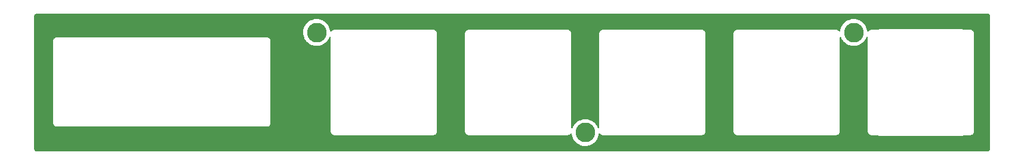
<source format=gtl>
%TF.GenerationSoftware,KiCad,Pcbnew,(5.99.0-12610-g07e01e6297)*%
%TF.CreationDate,2021-11-07T21:13:35+00:00*%
%TF.ProjectId,piccolo-switchplate,70696363-6f6c-46f2-9d73-776974636870,rev?*%
%TF.SameCoordinates,Original*%
%TF.FileFunction,Copper,L1,Top*%
%TF.FilePolarity,Positive*%
%FSLAX46Y46*%
G04 Gerber Fmt 4.6, Leading zero omitted, Abs format (unit mm)*
G04 Created by KiCad (PCBNEW (5.99.0-12610-g07e01e6297)) date 2021-11-07 21:13:35*
%MOMM*%
%LPD*%
G01*
G04 APERTURE LIST*
%TA.AperFunction,ComponentPad*%
%ADD10C,2.800000*%
%TD*%
G04 APERTURE END LIST*
D10*
%TO.P,H3,*%
%TO.N,*%
X185862496Y-111168750D03*
%TD*%
%TO.P,H2,*%
%TO.N,*%
X147762496Y-125456250D03*
%TD*%
%TO.P,H1,*%
%TO.N,*%
X109662496Y-111168750D03*
%TD*%
%TA.AperFunction,NonConductor*%
G36*
X204882553Y-108503250D02*
G01*
X204897355Y-108505555D01*
X204897357Y-108505555D01*
X204906226Y-108506936D01*
X204915126Y-108505772D01*
X204924102Y-108505882D01*
X204924092Y-108506700D01*
X204945582Y-108506991D01*
X204965970Y-108510220D01*
X204981088Y-108512614D01*
X205018577Y-108524795D01*
X205062678Y-108547265D01*
X205094569Y-108570436D01*
X205129560Y-108605427D01*
X205152731Y-108637318D01*
X205175201Y-108681419D01*
X205187382Y-108718908D01*
X205192870Y-108753559D01*
X205194300Y-108773267D01*
X205193060Y-108781230D01*
X205194884Y-108795178D01*
X205197182Y-108812751D01*
X205198246Y-108829089D01*
X205198246Y-127788172D01*
X205196746Y-127807556D01*
X205193060Y-127831230D01*
X205194224Y-127840130D01*
X205194114Y-127849106D01*
X205193296Y-127849096D01*
X205193005Y-127870586D01*
X205187382Y-127906091D01*
X205175201Y-127943581D01*
X205152732Y-127987681D01*
X205129560Y-128019573D01*
X205094569Y-128054564D01*
X205062678Y-128077735D01*
X205018577Y-128100205D01*
X204981088Y-128112386D01*
X204946437Y-128117874D01*
X204926729Y-128119304D01*
X204918766Y-128118064D01*
X204887245Y-128122186D01*
X204870907Y-128123250D01*
X69929074Y-128123250D01*
X69909689Y-128121750D01*
X69894887Y-128119445D01*
X69894885Y-128119445D01*
X69886016Y-128118064D01*
X69877116Y-128119228D01*
X69868140Y-128119118D01*
X69868150Y-128118300D01*
X69846660Y-128118009D01*
X69826272Y-128114780D01*
X69811154Y-128112386D01*
X69773665Y-128100205D01*
X69729564Y-128077735D01*
X69697673Y-128054564D01*
X69662682Y-128019573D01*
X69639510Y-127987681D01*
X69617041Y-127943581D01*
X69604860Y-127906091D01*
X69600153Y-127876370D01*
X69599263Y-127850041D01*
X69599067Y-127850039D01*
X69599119Y-127845788D01*
X69599119Y-127845785D01*
X69599220Y-127837500D01*
X69595269Y-127809912D01*
X69593996Y-127792049D01*
X69593996Y-124178652D01*
X72284520Y-124178652D01*
X72286986Y-124187281D01*
X72286987Y-124187286D01*
X72292635Y-124207048D01*
X72296213Y-124223809D01*
X72299126Y-124244152D01*
X72299129Y-124244162D01*
X72300401Y-124253045D01*
X72311017Y-124276395D01*
X72317460Y-124293907D01*
X72324508Y-124318565D01*
X72340270Y-124343548D01*
X72348400Y-124358614D01*
X72360629Y-124385510D01*
X72377370Y-124404939D01*
X72388475Y-124419947D01*
X72402156Y-124441631D01*
X72408884Y-124447573D01*
X72424292Y-124461181D01*
X72436336Y-124473373D01*
X72455615Y-124495747D01*
X72463143Y-124500626D01*
X72463146Y-124500629D01*
X72477135Y-124509696D01*
X72492009Y-124520986D01*
X72511224Y-124537956D01*
X72519350Y-124541771D01*
X72519351Y-124541772D01*
X72525017Y-124544432D01*
X72537962Y-124550510D01*
X72552931Y-124558824D01*
X72577723Y-124574893D01*
X72594646Y-124579954D01*
X72602286Y-124582239D01*
X72619732Y-124588901D01*
X72642944Y-124599799D01*
X72672126Y-124604343D01*
X72688845Y-124608126D01*
X72708532Y-124614014D01*
X72708535Y-124614015D01*
X72717137Y-124616587D01*
X72726112Y-124616642D01*
X72726113Y-124616642D01*
X72732806Y-124616683D01*
X72751552Y-124616797D01*
X72752324Y-124616830D01*
X72753419Y-124617000D01*
X72784294Y-124617000D01*
X72785064Y-124617002D01*
X72858712Y-124617452D01*
X72858713Y-124617452D01*
X72862648Y-124617476D01*
X72863992Y-124617092D01*
X72865337Y-124617000D01*
X102584294Y-124617000D01*
X102585065Y-124617002D01*
X102662648Y-124617476D01*
X102671277Y-124615010D01*
X102671282Y-124615009D01*
X102691044Y-124609361D01*
X102707805Y-124605783D01*
X102728148Y-124602870D01*
X102728158Y-124602867D01*
X102737041Y-124601595D01*
X102760391Y-124590979D01*
X102777903Y-124584536D01*
X102793933Y-124579954D01*
X102802561Y-124577488D01*
X102827544Y-124561726D01*
X102842610Y-124553596D01*
X102869506Y-124541367D01*
X102888935Y-124524626D01*
X102903943Y-124513521D01*
X102918035Y-124504630D01*
X102925627Y-124499840D01*
X102945178Y-124477703D01*
X102957370Y-124465659D01*
X102972945Y-124452239D01*
X102972946Y-124452237D01*
X102979743Y-124446381D01*
X102984622Y-124438853D01*
X102984625Y-124438850D01*
X102993692Y-124424861D01*
X103004982Y-124409987D01*
X103016008Y-124397502D01*
X103021952Y-124390772D01*
X103034506Y-124364034D01*
X103042820Y-124349065D01*
X103058889Y-124324273D01*
X103066235Y-124299709D01*
X103072897Y-124282264D01*
X103079979Y-124267179D01*
X103083795Y-124259052D01*
X103088339Y-124229870D01*
X103092122Y-124213151D01*
X103098010Y-124193464D01*
X103098011Y-124193461D01*
X103100583Y-124184859D01*
X103100662Y-124172022D01*
X103100793Y-124150454D01*
X103100826Y-124149672D01*
X103100996Y-124148577D01*
X103100996Y-124117702D01*
X103100998Y-124116932D01*
X103101448Y-124043284D01*
X103101448Y-124043283D01*
X103101472Y-124039348D01*
X103101088Y-124038004D01*
X103100996Y-124036659D01*
X103100996Y-112407702D01*
X103100998Y-112406932D01*
X103101417Y-112338322D01*
X103101472Y-112329348D01*
X103099006Y-112320719D01*
X103099005Y-112320714D01*
X103093357Y-112300952D01*
X103089779Y-112284191D01*
X103086866Y-112263848D01*
X103086863Y-112263838D01*
X103085591Y-112254955D01*
X103074975Y-112231605D01*
X103068532Y-112214093D01*
X103063950Y-112198063D01*
X103061484Y-112189435D01*
X103045722Y-112164452D01*
X103037592Y-112149386D01*
X103025363Y-112122490D01*
X103008622Y-112103061D01*
X102997517Y-112088053D01*
X102988626Y-112073961D01*
X102983836Y-112066369D01*
X102961699Y-112046818D01*
X102949655Y-112034626D01*
X102936235Y-112019051D01*
X102936233Y-112019050D01*
X102930377Y-112012253D01*
X102922849Y-112007374D01*
X102922846Y-112007371D01*
X102908857Y-111998304D01*
X102893983Y-111987014D01*
X102881498Y-111975988D01*
X102874768Y-111970044D01*
X102866642Y-111966229D01*
X102866641Y-111966228D01*
X102860975Y-111963568D01*
X102848030Y-111957490D01*
X102833061Y-111949176D01*
X102808269Y-111933107D01*
X102783705Y-111925761D01*
X102766260Y-111919099D01*
X102761823Y-111917016D01*
X102743048Y-111908201D01*
X102713866Y-111903657D01*
X102697147Y-111899874D01*
X102677460Y-111893986D01*
X102677457Y-111893985D01*
X102668855Y-111891413D01*
X102659880Y-111891358D01*
X102659879Y-111891358D01*
X102653186Y-111891317D01*
X102634440Y-111891203D01*
X102633668Y-111891170D01*
X102632573Y-111891000D01*
X102601698Y-111891000D01*
X102600928Y-111890998D01*
X102527280Y-111890548D01*
X102527279Y-111890548D01*
X102523344Y-111890524D01*
X102522000Y-111890908D01*
X102520655Y-111891000D01*
X72801698Y-111891000D01*
X72800928Y-111890998D01*
X72800074Y-111890993D01*
X72723344Y-111890524D01*
X72714715Y-111892990D01*
X72714710Y-111892991D01*
X72694948Y-111898639D01*
X72678187Y-111902217D01*
X72657844Y-111905130D01*
X72657834Y-111905133D01*
X72648951Y-111906405D01*
X72625601Y-111917021D01*
X72608089Y-111923464D01*
X72600053Y-111925761D01*
X72583431Y-111930512D01*
X72558448Y-111946274D01*
X72543382Y-111954404D01*
X72516486Y-111966633D01*
X72497057Y-111983374D01*
X72482049Y-111994479D01*
X72460365Y-112008160D01*
X72454423Y-112014888D01*
X72440815Y-112030296D01*
X72428623Y-112042340D01*
X72406249Y-112061619D01*
X72401370Y-112069147D01*
X72401367Y-112069150D01*
X72392300Y-112083139D01*
X72381010Y-112098013D01*
X72364040Y-112117228D01*
X72351486Y-112143966D01*
X72343172Y-112158935D01*
X72327103Y-112183727D01*
X72324531Y-112192327D01*
X72319757Y-112208290D01*
X72313095Y-112225736D01*
X72302197Y-112248948D01*
X72297654Y-112278128D01*
X72293870Y-112294849D01*
X72287982Y-112314536D01*
X72287981Y-112314539D01*
X72285409Y-112323141D01*
X72285354Y-112332116D01*
X72285354Y-112332117D01*
X72285199Y-112357546D01*
X72285166Y-112358328D01*
X72284996Y-112359423D01*
X72284996Y-112390298D01*
X72284994Y-112391068D01*
X72284520Y-112468652D01*
X72284904Y-112469996D01*
X72284996Y-112471341D01*
X72284996Y-124100298D01*
X72284994Y-124101068D01*
X72284520Y-124178652D01*
X69593996Y-124178652D01*
X69593996Y-111108649D01*
X107750065Y-111108649D01*
X107752094Y-111160285D01*
X107757733Y-111303798D01*
X107760676Y-111378713D01*
X107809233Y-111644587D01*
X107810642Y-111648810D01*
X107891581Y-111891413D01*
X107894768Y-111900967D01*
X107950375Y-112012253D01*
X108006889Y-112125355D01*
X108015574Y-112142737D01*
X108018103Y-112146396D01*
X108150751Y-112338322D01*
X108169240Y-112365074D01*
X108352701Y-112563540D01*
X108562295Y-112734177D01*
X108793842Y-112873580D01*
X108797937Y-112875314D01*
X108797939Y-112875315D01*
X109038620Y-112977230D01*
X109038627Y-112977232D01*
X109042721Y-112978966D01*
X109138854Y-113004455D01*
X109299668Y-113047095D01*
X109299673Y-113047096D01*
X109303965Y-113048234D01*
X109308374Y-113048756D01*
X109308380Y-113048757D01*
X109457706Y-113066430D01*
X109572364Y-113080001D01*
X109842560Y-113073633D01*
X109846955Y-113072901D01*
X109846960Y-113072901D01*
X110104763Y-113029991D01*
X110104767Y-113029990D01*
X110109165Y-113029258D01*
X110277455Y-112976035D01*
X110362610Y-112949104D01*
X110362612Y-112949103D01*
X110366856Y-112947761D01*
X110370867Y-112945835D01*
X110370872Y-112945833D01*
X110606475Y-112832698D01*
X110606476Y-112832697D01*
X110610494Y-112830768D01*
X110759264Y-112731363D01*
X110831509Y-112683091D01*
X110831513Y-112683088D01*
X110835217Y-112680613D01*
X110838534Y-112677642D01*
X110838538Y-112677639D01*
X111033225Y-112503262D01*
X111036541Y-112500292D01*
X111210449Y-112293404D01*
X111232641Y-112257821D01*
X111351110Y-112067861D01*
X111351111Y-112067859D01*
X111353471Y-112064075D01*
X111355271Y-112060002D01*
X111355277Y-112059992D01*
X111438256Y-111872297D01*
X111484094Y-111818081D01*
X111551967Y-111797253D01*
X111620325Y-111816427D01*
X111667466Y-111869515D01*
X111679496Y-111923244D01*
X111679496Y-125303798D01*
X111679494Y-125304568D01*
X111679020Y-125382152D01*
X111681486Y-125390781D01*
X111681487Y-125390786D01*
X111687135Y-125410548D01*
X111690713Y-125427309D01*
X111693626Y-125447652D01*
X111693629Y-125447662D01*
X111694901Y-125456545D01*
X111705517Y-125479895D01*
X111711960Y-125497407D01*
X111719008Y-125522065D01*
X111734770Y-125547048D01*
X111742900Y-125562114D01*
X111755129Y-125589010D01*
X111771870Y-125608439D01*
X111782975Y-125623447D01*
X111796656Y-125645131D01*
X111803384Y-125651073D01*
X111818792Y-125664681D01*
X111830836Y-125676873D01*
X111850115Y-125699247D01*
X111857643Y-125704126D01*
X111857646Y-125704129D01*
X111871635Y-125713196D01*
X111886509Y-125724486D01*
X111905724Y-125741456D01*
X111913850Y-125745271D01*
X111913851Y-125745272D01*
X111919517Y-125747932D01*
X111932462Y-125754010D01*
X111947431Y-125762324D01*
X111972223Y-125778393D01*
X111989146Y-125783454D01*
X111996786Y-125785739D01*
X112014232Y-125792401D01*
X112037444Y-125803299D01*
X112066626Y-125807843D01*
X112083345Y-125811626D01*
X112103032Y-125817514D01*
X112103035Y-125817515D01*
X112111637Y-125820087D01*
X112120612Y-125820142D01*
X112120613Y-125820142D01*
X112127306Y-125820183D01*
X112146052Y-125820297D01*
X112146824Y-125820330D01*
X112147919Y-125820500D01*
X112178794Y-125820500D01*
X112179564Y-125820502D01*
X112253212Y-125820952D01*
X112253213Y-125820952D01*
X112257148Y-125820976D01*
X112258492Y-125820592D01*
X112259837Y-125820500D01*
X126178794Y-125820500D01*
X126179565Y-125820502D01*
X126257148Y-125820976D01*
X126265777Y-125818510D01*
X126265782Y-125818509D01*
X126285544Y-125812861D01*
X126302305Y-125809283D01*
X126322648Y-125806370D01*
X126322658Y-125806367D01*
X126331541Y-125805095D01*
X126354891Y-125794479D01*
X126372403Y-125788036D01*
X126388433Y-125783454D01*
X126397061Y-125780988D01*
X126422044Y-125765226D01*
X126437110Y-125757096D01*
X126464006Y-125744867D01*
X126483435Y-125728126D01*
X126498443Y-125717021D01*
X126512535Y-125708130D01*
X126520127Y-125703340D01*
X126539678Y-125681203D01*
X126551870Y-125669159D01*
X126567445Y-125655739D01*
X126567446Y-125655737D01*
X126574243Y-125649881D01*
X126579124Y-125642351D01*
X126579125Y-125642350D01*
X126588192Y-125628361D01*
X126599482Y-125613487D01*
X126610508Y-125601002D01*
X126616452Y-125594272D01*
X126629006Y-125567534D01*
X126637320Y-125552565D01*
X126653389Y-125527773D01*
X126660735Y-125503209D01*
X126667397Y-125485764D01*
X126674479Y-125470679D01*
X126678295Y-125462552D01*
X126682839Y-125433370D01*
X126686622Y-125416651D01*
X126692510Y-125396964D01*
X126692511Y-125396961D01*
X126695083Y-125388359D01*
X126695121Y-125382152D01*
X130729020Y-125382152D01*
X130731486Y-125390781D01*
X130731487Y-125390786D01*
X130737135Y-125410548D01*
X130740713Y-125427309D01*
X130743626Y-125447652D01*
X130743629Y-125447662D01*
X130744901Y-125456545D01*
X130755517Y-125479895D01*
X130761960Y-125497407D01*
X130769008Y-125522065D01*
X130784770Y-125547048D01*
X130792900Y-125562114D01*
X130805129Y-125589010D01*
X130821870Y-125608439D01*
X130832975Y-125623447D01*
X130846656Y-125645131D01*
X130853384Y-125651073D01*
X130868792Y-125664681D01*
X130880836Y-125676873D01*
X130900115Y-125699247D01*
X130907643Y-125704126D01*
X130907646Y-125704129D01*
X130921635Y-125713196D01*
X130936509Y-125724486D01*
X130955724Y-125741456D01*
X130963850Y-125745271D01*
X130963851Y-125745272D01*
X130969517Y-125747932D01*
X130982462Y-125754010D01*
X130997431Y-125762324D01*
X131022223Y-125778393D01*
X131039146Y-125783454D01*
X131046786Y-125785739D01*
X131064232Y-125792401D01*
X131087444Y-125803299D01*
X131116626Y-125807843D01*
X131133345Y-125811626D01*
X131153032Y-125817514D01*
X131153035Y-125817515D01*
X131161637Y-125820087D01*
X131170612Y-125820142D01*
X131170613Y-125820142D01*
X131177306Y-125820183D01*
X131196052Y-125820297D01*
X131196824Y-125820330D01*
X131197919Y-125820500D01*
X131228794Y-125820500D01*
X131229564Y-125820502D01*
X131303212Y-125820952D01*
X131303213Y-125820952D01*
X131307148Y-125820976D01*
X131308492Y-125820592D01*
X131309837Y-125820500D01*
X145228794Y-125820500D01*
X145229565Y-125820502D01*
X145307148Y-125820976D01*
X145315777Y-125818510D01*
X145315782Y-125818509D01*
X145335544Y-125812861D01*
X145352305Y-125809283D01*
X145372648Y-125806370D01*
X145372658Y-125806367D01*
X145381541Y-125805095D01*
X145404891Y-125794479D01*
X145422403Y-125788036D01*
X145438433Y-125783454D01*
X145447061Y-125780988D01*
X145472044Y-125765226D01*
X145487110Y-125757096D01*
X145514006Y-125744867D01*
X145533435Y-125728126D01*
X145548443Y-125717021D01*
X145562535Y-125708130D01*
X145570127Y-125703340D01*
X145589678Y-125681203D01*
X145601870Y-125669159D01*
X145617445Y-125655739D01*
X145617446Y-125655737D01*
X145624243Y-125649881D01*
X145629125Y-125642350D01*
X145633719Y-125635261D01*
X145687553Y-125588975D01*
X145757866Y-125579141D01*
X145822332Y-125608883D01*
X145860486Y-125668756D01*
X145863404Y-125681152D01*
X145907721Y-125923807D01*
X145909233Y-125932087D01*
X145994768Y-126188467D01*
X146115574Y-126430237D01*
X146118103Y-126433896D01*
X146222059Y-126584308D01*
X146269240Y-126652574D01*
X146452701Y-126851040D01*
X146662295Y-127021677D01*
X146893842Y-127161080D01*
X146897937Y-127162814D01*
X146897939Y-127162815D01*
X147138620Y-127264730D01*
X147138627Y-127264732D01*
X147142721Y-127266466D01*
X147238854Y-127291955D01*
X147399668Y-127334595D01*
X147399673Y-127334596D01*
X147403965Y-127335734D01*
X147408374Y-127336256D01*
X147408380Y-127336257D01*
X147557706Y-127353930D01*
X147672364Y-127367501D01*
X147942560Y-127361133D01*
X147946955Y-127360401D01*
X147946960Y-127360401D01*
X148204763Y-127317491D01*
X148204767Y-127317490D01*
X148209165Y-127316758D01*
X148377454Y-127263535D01*
X148462610Y-127236604D01*
X148462612Y-127236603D01*
X148466856Y-127235261D01*
X148470867Y-127233335D01*
X148470872Y-127233333D01*
X148706475Y-127120198D01*
X148706476Y-127120197D01*
X148710494Y-127118268D01*
X148859264Y-127018863D01*
X148931509Y-126970591D01*
X148931513Y-126970588D01*
X148935217Y-126968113D01*
X148938534Y-126965142D01*
X148938538Y-126965139D01*
X149133225Y-126790762D01*
X149136541Y-126787792D01*
X149310449Y-126580904D01*
X149453471Y-126351575D01*
X149562754Y-126104383D01*
X149636116Y-125844258D01*
X149641432Y-125804680D01*
X149657687Y-125683662D01*
X149686580Y-125618810D01*
X149745947Y-125579874D01*
X149816941Y-125579215D01*
X149877021Y-125617042D01*
X149889129Y-125633201D01*
X149896656Y-125645131D01*
X149903384Y-125651073D01*
X149918792Y-125664681D01*
X149930836Y-125676873D01*
X149950115Y-125699247D01*
X149957643Y-125704126D01*
X149957646Y-125704129D01*
X149971635Y-125713196D01*
X149986509Y-125724486D01*
X150005724Y-125741456D01*
X150013850Y-125745271D01*
X150013851Y-125745272D01*
X150019517Y-125747932D01*
X150032462Y-125754010D01*
X150047431Y-125762324D01*
X150072223Y-125778393D01*
X150089146Y-125783454D01*
X150096786Y-125785739D01*
X150114232Y-125792401D01*
X150137444Y-125803299D01*
X150166626Y-125807843D01*
X150183345Y-125811626D01*
X150203032Y-125817514D01*
X150203035Y-125817515D01*
X150211637Y-125820087D01*
X150220612Y-125820142D01*
X150220613Y-125820142D01*
X150227306Y-125820183D01*
X150246052Y-125820297D01*
X150246824Y-125820330D01*
X150247919Y-125820500D01*
X150278794Y-125820500D01*
X150279564Y-125820502D01*
X150353212Y-125820952D01*
X150353213Y-125820952D01*
X150357148Y-125820976D01*
X150358492Y-125820592D01*
X150359837Y-125820500D01*
X164278794Y-125820500D01*
X164279565Y-125820502D01*
X164357148Y-125820976D01*
X164365777Y-125818510D01*
X164365782Y-125818509D01*
X164385544Y-125812861D01*
X164402305Y-125809283D01*
X164422648Y-125806370D01*
X164422658Y-125806367D01*
X164431541Y-125805095D01*
X164454891Y-125794479D01*
X164472403Y-125788036D01*
X164488433Y-125783454D01*
X164497061Y-125780988D01*
X164522044Y-125765226D01*
X164537110Y-125757096D01*
X164564006Y-125744867D01*
X164583435Y-125728126D01*
X164598443Y-125717021D01*
X164612535Y-125708130D01*
X164620127Y-125703340D01*
X164639678Y-125681203D01*
X164651870Y-125669159D01*
X164667445Y-125655739D01*
X164667446Y-125655737D01*
X164674243Y-125649881D01*
X164679124Y-125642351D01*
X164679125Y-125642350D01*
X164688192Y-125628361D01*
X164699482Y-125613487D01*
X164710508Y-125601002D01*
X164716452Y-125594272D01*
X164729006Y-125567534D01*
X164737320Y-125552565D01*
X164753389Y-125527773D01*
X164760735Y-125503209D01*
X164767397Y-125485764D01*
X164774479Y-125470679D01*
X164778295Y-125462552D01*
X164782839Y-125433370D01*
X164786622Y-125416651D01*
X164792510Y-125396964D01*
X164792511Y-125396961D01*
X164795083Y-125388359D01*
X164795121Y-125382152D01*
X168829020Y-125382152D01*
X168831486Y-125390781D01*
X168831487Y-125390786D01*
X168837135Y-125410548D01*
X168840713Y-125427309D01*
X168843626Y-125447652D01*
X168843629Y-125447662D01*
X168844901Y-125456545D01*
X168855517Y-125479895D01*
X168861960Y-125497407D01*
X168869008Y-125522065D01*
X168884770Y-125547048D01*
X168892900Y-125562114D01*
X168905129Y-125589010D01*
X168921870Y-125608439D01*
X168932975Y-125623447D01*
X168946656Y-125645131D01*
X168953384Y-125651073D01*
X168968792Y-125664681D01*
X168980836Y-125676873D01*
X169000115Y-125699247D01*
X169007643Y-125704126D01*
X169007646Y-125704129D01*
X169021635Y-125713196D01*
X169036509Y-125724486D01*
X169055724Y-125741456D01*
X169063850Y-125745271D01*
X169063851Y-125745272D01*
X169069517Y-125747932D01*
X169082462Y-125754010D01*
X169097431Y-125762324D01*
X169122223Y-125778393D01*
X169139146Y-125783454D01*
X169146786Y-125785739D01*
X169164232Y-125792401D01*
X169187444Y-125803299D01*
X169216626Y-125807843D01*
X169233345Y-125811626D01*
X169253032Y-125817514D01*
X169253035Y-125817515D01*
X169261637Y-125820087D01*
X169270612Y-125820142D01*
X169270613Y-125820142D01*
X169277306Y-125820183D01*
X169296052Y-125820297D01*
X169296824Y-125820330D01*
X169297919Y-125820500D01*
X169328794Y-125820500D01*
X169329564Y-125820502D01*
X169403212Y-125820952D01*
X169403213Y-125820952D01*
X169407148Y-125820976D01*
X169408492Y-125820592D01*
X169409837Y-125820500D01*
X183328794Y-125820500D01*
X183329565Y-125820502D01*
X183407148Y-125820976D01*
X183415777Y-125818510D01*
X183415782Y-125818509D01*
X183435544Y-125812861D01*
X183452305Y-125809283D01*
X183472648Y-125806370D01*
X183472658Y-125806367D01*
X183481541Y-125805095D01*
X183504891Y-125794479D01*
X183522403Y-125788036D01*
X183538433Y-125783454D01*
X183547061Y-125780988D01*
X183572044Y-125765226D01*
X183587110Y-125757096D01*
X183614006Y-125744867D01*
X183633435Y-125728126D01*
X183648443Y-125717021D01*
X183662535Y-125708130D01*
X183670127Y-125703340D01*
X183689678Y-125681203D01*
X183701870Y-125669159D01*
X183717445Y-125655739D01*
X183717446Y-125655737D01*
X183724243Y-125649881D01*
X183729124Y-125642351D01*
X183729125Y-125642350D01*
X183738192Y-125628361D01*
X183749482Y-125613487D01*
X183760508Y-125601002D01*
X183766452Y-125594272D01*
X183779006Y-125567534D01*
X183787320Y-125552565D01*
X183803389Y-125527773D01*
X183810735Y-125503209D01*
X183817397Y-125485764D01*
X183824479Y-125470679D01*
X183828295Y-125462552D01*
X183832839Y-125433370D01*
X183836622Y-125416651D01*
X183842510Y-125396964D01*
X183842511Y-125396961D01*
X183845083Y-125388359D01*
X183845293Y-125353944D01*
X183845326Y-125353172D01*
X183845496Y-125352077D01*
X183845496Y-125321202D01*
X183845498Y-125320432D01*
X183845948Y-125246784D01*
X183845948Y-125246783D01*
X183845972Y-125242848D01*
X183845588Y-125241504D01*
X183845496Y-125240159D01*
X183845496Y-111929609D01*
X183865498Y-111861488D01*
X183919154Y-111814995D01*
X183989428Y-111804891D01*
X184054008Y-111834385D01*
X184091019Y-111889732D01*
X184093354Y-111896730D01*
X184094768Y-111900967D01*
X184150375Y-112012253D01*
X184206889Y-112125355D01*
X184215574Y-112142737D01*
X184218103Y-112146396D01*
X184350751Y-112338322D01*
X184369240Y-112365074D01*
X184552701Y-112563540D01*
X184762295Y-112734177D01*
X184993842Y-112873580D01*
X184997937Y-112875314D01*
X184997939Y-112875315D01*
X185238620Y-112977230D01*
X185238627Y-112977232D01*
X185242721Y-112978966D01*
X185338854Y-113004455D01*
X185499668Y-113047095D01*
X185499673Y-113047096D01*
X185503965Y-113048234D01*
X185508374Y-113048756D01*
X185508380Y-113048757D01*
X185657706Y-113066430D01*
X185772364Y-113080001D01*
X186042560Y-113073633D01*
X186046955Y-113072901D01*
X186046960Y-113072901D01*
X186304763Y-113029991D01*
X186304767Y-113029990D01*
X186309165Y-113029258D01*
X186477455Y-112976035D01*
X186562610Y-112949104D01*
X186562612Y-112949103D01*
X186566856Y-112947761D01*
X186570867Y-112945835D01*
X186570872Y-112945833D01*
X186806475Y-112832698D01*
X186806476Y-112832697D01*
X186810494Y-112830768D01*
X186959264Y-112731363D01*
X187031509Y-112683091D01*
X187031513Y-112683088D01*
X187035217Y-112680613D01*
X187038534Y-112677642D01*
X187038538Y-112677639D01*
X187233225Y-112503262D01*
X187236541Y-112500292D01*
X187410449Y-112293404D01*
X187432641Y-112257821D01*
X187551110Y-112067861D01*
X187551111Y-112067859D01*
X187553471Y-112064075D01*
X187555271Y-112060002D01*
X187555277Y-112059992D01*
X187638256Y-111872297D01*
X187684094Y-111818081D01*
X187751967Y-111797253D01*
X187820325Y-111816427D01*
X187867466Y-111869515D01*
X187879496Y-111923244D01*
X187879496Y-125303798D01*
X187879494Y-125304568D01*
X187879020Y-125382152D01*
X187881486Y-125390781D01*
X187881487Y-125390786D01*
X187887135Y-125410548D01*
X187890713Y-125427309D01*
X187893626Y-125447652D01*
X187893629Y-125447662D01*
X187894901Y-125456545D01*
X187905517Y-125479895D01*
X187911960Y-125497407D01*
X187919008Y-125522065D01*
X187934770Y-125547048D01*
X187942900Y-125562114D01*
X187955129Y-125589010D01*
X187971870Y-125608439D01*
X187982975Y-125623447D01*
X187996656Y-125645131D01*
X188003384Y-125651073D01*
X188018792Y-125664681D01*
X188030836Y-125676873D01*
X188050115Y-125699247D01*
X188057643Y-125704126D01*
X188057646Y-125704129D01*
X188071635Y-125713196D01*
X188086509Y-125724486D01*
X188105724Y-125741456D01*
X188113850Y-125745271D01*
X188113851Y-125745272D01*
X188119517Y-125747932D01*
X188132462Y-125754010D01*
X188147431Y-125762324D01*
X188172223Y-125778393D01*
X188189146Y-125783454D01*
X188196786Y-125785739D01*
X188214232Y-125792401D01*
X188237444Y-125803299D01*
X188266626Y-125807843D01*
X188283345Y-125811626D01*
X188303032Y-125817514D01*
X188303035Y-125817515D01*
X188311637Y-125820087D01*
X188320612Y-125820142D01*
X188320613Y-125820142D01*
X188327306Y-125820183D01*
X188346052Y-125820297D01*
X188346824Y-125820330D01*
X188347919Y-125820500D01*
X188378794Y-125820500D01*
X188379564Y-125820502D01*
X188453212Y-125820952D01*
X188453213Y-125820952D01*
X188457148Y-125820976D01*
X188458492Y-125820592D01*
X188459837Y-125820500D01*
X189226178Y-125820500D01*
X189289463Y-125837546D01*
X189326655Y-125859149D01*
X189326657Y-125859150D01*
X189332986Y-125862826D01*
X189339990Y-125864947D01*
X189339994Y-125864949D01*
X189342071Y-125865578D01*
X189362847Y-125873951D01*
X189371304Y-125878269D01*
X189433991Y-125893608D01*
X189440508Y-125895391D01*
X189502263Y-125914095D01*
X189511513Y-125914669D01*
X189511742Y-125914683D01*
X189533879Y-125918051D01*
X189537650Y-125918974D01*
X189537662Y-125918976D01*
X189543106Y-125920308D01*
X189550957Y-125920795D01*
X189552321Y-125920880D01*
X189552331Y-125920880D01*
X189554260Y-125921000D01*
X189609661Y-125921000D01*
X189617462Y-125921242D01*
X189678794Y-125925047D01*
X189691756Y-125922820D01*
X189713092Y-125921000D01*
X201109661Y-125921000D01*
X201117462Y-125921242D01*
X201178794Y-125925047D01*
X201242385Y-125914120D01*
X201249106Y-125913152D01*
X201270031Y-125910712D01*
X201305907Y-125906530D01*
X201305910Y-125906529D01*
X201313177Y-125905682D01*
X201322103Y-125902442D01*
X201343754Y-125896701D01*
X201353110Y-125895094D01*
X201412492Y-125869827D01*
X201418785Y-125867348D01*
X201479433Y-125845333D01*
X201485850Y-125841126D01*
X201486077Y-125841058D01*
X201492102Y-125838041D01*
X201492633Y-125839101D01*
X201554932Y-125820500D01*
X202378794Y-125820500D01*
X202379565Y-125820502D01*
X202457148Y-125820976D01*
X202465777Y-125818510D01*
X202465782Y-125818509D01*
X202485544Y-125812861D01*
X202502305Y-125809283D01*
X202522648Y-125806370D01*
X202522658Y-125806367D01*
X202531541Y-125805095D01*
X202554891Y-125794479D01*
X202572403Y-125788036D01*
X202588433Y-125783454D01*
X202597061Y-125780988D01*
X202622044Y-125765226D01*
X202637110Y-125757096D01*
X202664006Y-125744867D01*
X202683435Y-125728126D01*
X202698443Y-125717021D01*
X202712535Y-125708130D01*
X202720127Y-125703340D01*
X202739678Y-125681203D01*
X202751870Y-125669159D01*
X202767445Y-125655739D01*
X202767446Y-125655737D01*
X202774243Y-125649881D01*
X202779124Y-125642351D01*
X202779125Y-125642350D01*
X202788192Y-125628361D01*
X202799482Y-125613487D01*
X202810508Y-125601002D01*
X202816452Y-125594272D01*
X202829006Y-125567534D01*
X202837320Y-125552565D01*
X202853389Y-125527773D01*
X202860735Y-125503209D01*
X202867397Y-125485764D01*
X202874479Y-125470679D01*
X202878295Y-125462552D01*
X202882839Y-125433370D01*
X202886622Y-125416651D01*
X202892510Y-125396964D01*
X202892511Y-125396961D01*
X202895083Y-125388359D01*
X202895293Y-125353944D01*
X202895326Y-125353172D01*
X202895496Y-125352077D01*
X202895496Y-125321202D01*
X202895498Y-125320432D01*
X202895948Y-125246784D01*
X202895948Y-125246783D01*
X202895972Y-125242848D01*
X202895588Y-125241504D01*
X202895496Y-125240159D01*
X202895496Y-111321202D01*
X202895498Y-111320432D01*
X202895917Y-111251822D01*
X202895972Y-111242848D01*
X202893506Y-111234219D01*
X202893505Y-111234214D01*
X202887857Y-111214452D01*
X202884279Y-111197691D01*
X202881366Y-111177348D01*
X202881363Y-111177338D01*
X202880091Y-111168455D01*
X202869475Y-111145105D01*
X202863032Y-111127593D01*
X202858450Y-111111563D01*
X202855984Y-111102935D01*
X202840222Y-111077952D01*
X202832092Y-111062886D01*
X202819863Y-111035990D01*
X202803122Y-111016561D01*
X202792017Y-111001553D01*
X202783126Y-110987461D01*
X202778336Y-110979869D01*
X202756199Y-110960318D01*
X202744155Y-110948126D01*
X202730735Y-110932551D01*
X202730733Y-110932550D01*
X202724877Y-110925753D01*
X202717349Y-110920874D01*
X202717346Y-110920871D01*
X202703357Y-110911804D01*
X202688483Y-110900514D01*
X202675998Y-110889488D01*
X202669268Y-110883544D01*
X202661142Y-110879729D01*
X202661141Y-110879728D01*
X202655475Y-110877068D01*
X202642530Y-110870990D01*
X202627561Y-110862676D01*
X202602769Y-110846607D01*
X202578205Y-110839261D01*
X202560760Y-110832599D01*
X202556323Y-110830516D01*
X202537548Y-110821701D01*
X202508366Y-110817157D01*
X202491647Y-110813374D01*
X202471960Y-110807486D01*
X202471957Y-110807485D01*
X202463355Y-110804913D01*
X202454380Y-110804858D01*
X202454379Y-110804858D01*
X202447686Y-110804817D01*
X202428940Y-110804703D01*
X202428168Y-110804670D01*
X202427073Y-110804500D01*
X202396198Y-110804500D01*
X202395428Y-110804498D01*
X202321780Y-110804048D01*
X202321779Y-110804048D01*
X202317844Y-110804024D01*
X202316500Y-110804408D01*
X202315155Y-110804500D01*
X201548814Y-110804500D01*
X201485529Y-110787454D01*
X201448337Y-110765851D01*
X201448335Y-110765850D01*
X201442006Y-110762174D01*
X201435002Y-110760053D01*
X201434998Y-110760051D01*
X201432921Y-110759422D01*
X201412145Y-110751049D01*
X201403688Y-110746731D01*
X201341001Y-110731392D01*
X201334484Y-110729609D01*
X201272729Y-110710905D01*
X201263479Y-110710331D01*
X201263250Y-110710317D01*
X201241113Y-110706949D01*
X201237342Y-110706026D01*
X201237330Y-110706024D01*
X201231886Y-110704692D01*
X201224035Y-110704205D01*
X201222671Y-110704120D01*
X201222661Y-110704120D01*
X201220732Y-110704000D01*
X201165331Y-110704000D01*
X201157529Y-110703758D01*
X201096198Y-110699953D01*
X201083236Y-110702180D01*
X201061900Y-110704000D01*
X189665331Y-110704000D01*
X189657529Y-110703758D01*
X189596198Y-110699953D01*
X189532607Y-110710880D01*
X189525886Y-110711848D01*
X189504961Y-110714288D01*
X189469085Y-110718470D01*
X189469082Y-110718471D01*
X189461815Y-110719318D01*
X189452889Y-110722558D01*
X189431238Y-110728299D01*
X189421882Y-110729906D01*
X189362500Y-110755173D01*
X189356207Y-110757652D01*
X189295559Y-110779667D01*
X189289142Y-110783874D01*
X189288915Y-110783942D01*
X189282890Y-110786959D01*
X189282359Y-110785899D01*
X189220060Y-110804500D01*
X188396198Y-110804500D01*
X188395428Y-110804498D01*
X188394574Y-110804493D01*
X188317844Y-110804024D01*
X188309215Y-110806490D01*
X188309210Y-110806491D01*
X188289448Y-110812139D01*
X188272687Y-110815717D01*
X188252344Y-110818630D01*
X188252334Y-110818633D01*
X188243451Y-110819905D01*
X188220101Y-110830521D01*
X188202589Y-110836964D01*
X188194553Y-110839261D01*
X188177931Y-110844012D01*
X188152948Y-110859774D01*
X188137882Y-110867904D01*
X188110986Y-110880133D01*
X188091557Y-110896874D01*
X188076549Y-110907979D01*
X188054865Y-110921660D01*
X188048923Y-110928388D01*
X188035315Y-110943796D01*
X188023123Y-110955840D01*
X188000749Y-110975119D01*
X187995868Y-110982650D01*
X187995867Y-110982651D01*
X187990479Y-110990963D01*
X187936643Y-111037248D01*
X187866331Y-111047079D01*
X187801865Y-111017336D01*
X187763713Y-110957461D01*
X187759061Y-110931330D01*
X187758377Y-110921660D01*
X187756783Y-110899153D01*
X187699898Y-110634935D01*
X187680297Y-110581803D01*
X187607893Y-110385546D01*
X187606352Y-110381369D01*
X187577006Y-110326981D01*
X187480125Y-110147428D01*
X187480125Y-110147427D01*
X187478012Y-110143512D01*
X187317438Y-109926112D01*
X187127834Y-109733506D01*
X187051052Y-109674908D01*
X186916524Y-109572239D01*
X186916520Y-109572237D01*
X186912983Y-109569537D01*
X186677171Y-109437477D01*
X186425105Y-109339960D01*
X186420780Y-109338957D01*
X186420775Y-109338956D01*
X186315244Y-109314496D01*
X186161814Y-109278932D01*
X185892550Y-109255611D01*
X185888115Y-109255855D01*
X185888111Y-109255855D01*
X185627130Y-109270218D01*
X185627123Y-109270219D01*
X185622687Y-109270463D01*
X185491118Y-109296633D01*
X185361980Y-109322320D01*
X185361975Y-109322321D01*
X185357608Y-109323190D01*
X185353405Y-109324666D01*
X185106811Y-109411263D01*
X185106808Y-109411264D01*
X185102603Y-109412741D01*
X185098650Y-109414794D01*
X185098644Y-109414797D01*
X185054984Y-109437477D01*
X184862760Y-109537330D01*
X184859145Y-109539913D01*
X184859139Y-109539917D01*
X184646486Y-109691881D01*
X184646482Y-109691884D01*
X184642865Y-109694469D01*
X184447304Y-109881025D01*
X184279981Y-110093274D01*
X184277749Y-110097116D01*
X184277746Y-110097121D01*
X184146470Y-110323127D01*
X184146467Y-110323134D01*
X184144232Y-110326981D01*
X184042768Y-110577485D01*
X184041697Y-110581798D01*
X184041695Y-110581803D01*
X183982867Y-110818630D01*
X183977612Y-110839785D01*
X183977159Y-110844211D01*
X183977158Y-110844214D01*
X183967632Y-110937190D01*
X183940791Y-111002917D01*
X183882676Y-111043699D01*
X183811738Y-111046587D01*
X183750499Y-111010665D01*
X183735726Y-110991582D01*
X183728336Y-110979869D01*
X183706199Y-110960318D01*
X183694155Y-110948126D01*
X183680735Y-110932551D01*
X183680733Y-110932550D01*
X183674877Y-110925753D01*
X183667349Y-110920874D01*
X183667346Y-110920871D01*
X183653357Y-110911804D01*
X183638483Y-110900514D01*
X183625998Y-110889488D01*
X183619268Y-110883544D01*
X183611142Y-110879729D01*
X183611141Y-110879728D01*
X183605475Y-110877068D01*
X183592530Y-110870990D01*
X183577561Y-110862676D01*
X183552769Y-110846607D01*
X183528205Y-110839261D01*
X183510760Y-110832599D01*
X183506323Y-110830516D01*
X183487548Y-110821701D01*
X183458366Y-110817157D01*
X183441647Y-110813374D01*
X183421960Y-110807486D01*
X183421957Y-110807485D01*
X183413355Y-110804913D01*
X183404380Y-110804858D01*
X183404379Y-110804858D01*
X183397686Y-110804817D01*
X183378940Y-110804703D01*
X183378168Y-110804670D01*
X183377073Y-110804500D01*
X183346198Y-110804500D01*
X183345428Y-110804498D01*
X183271780Y-110804048D01*
X183271779Y-110804048D01*
X183267844Y-110804024D01*
X183266500Y-110804408D01*
X183265155Y-110804500D01*
X169346198Y-110804500D01*
X169345428Y-110804498D01*
X169344574Y-110804493D01*
X169267844Y-110804024D01*
X169259215Y-110806490D01*
X169259210Y-110806491D01*
X169239448Y-110812139D01*
X169222687Y-110815717D01*
X169202344Y-110818630D01*
X169202334Y-110818633D01*
X169193451Y-110819905D01*
X169170101Y-110830521D01*
X169152589Y-110836964D01*
X169144553Y-110839261D01*
X169127931Y-110844012D01*
X169102948Y-110859774D01*
X169087882Y-110867904D01*
X169060986Y-110880133D01*
X169041557Y-110896874D01*
X169026549Y-110907979D01*
X169004865Y-110921660D01*
X168998923Y-110928388D01*
X168985315Y-110943796D01*
X168973123Y-110955840D01*
X168950749Y-110975119D01*
X168945870Y-110982647D01*
X168945867Y-110982650D01*
X168936800Y-110996639D01*
X168925510Y-111011513D01*
X168908540Y-111030728D01*
X168895986Y-111057466D01*
X168887672Y-111072435D01*
X168871603Y-111097227D01*
X168869031Y-111105827D01*
X168864257Y-111121790D01*
X168857595Y-111139236D01*
X168846697Y-111162448D01*
X168842154Y-111191628D01*
X168838370Y-111208349D01*
X168832482Y-111228036D01*
X168832481Y-111228039D01*
X168829909Y-111236641D01*
X168829854Y-111245616D01*
X168829854Y-111245617D01*
X168829699Y-111271046D01*
X168829666Y-111271828D01*
X168829496Y-111272923D01*
X168829496Y-111303798D01*
X168829494Y-111304568D01*
X168829020Y-111382152D01*
X168829404Y-111383496D01*
X168829496Y-111384841D01*
X168829496Y-125303798D01*
X168829494Y-125304568D01*
X168829020Y-125382152D01*
X164795121Y-125382152D01*
X164795293Y-125353944D01*
X164795326Y-125353172D01*
X164795496Y-125352077D01*
X164795496Y-125321202D01*
X164795498Y-125320432D01*
X164795948Y-125246784D01*
X164795948Y-125246783D01*
X164795972Y-125242848D01*
X164795588Y-125241504D01*
X164795496Y-125240159D01*
X164795496Y-111321202D01*
X164795498Y-111320432D01*
X164795917Y-111251822D01*
X164795972Y-111242848D01*
X164793506Y-111234219D01*
X164793505Y-111234214D01*
X164787857Y-111214452D01*
X164784279Y-111197691D01*
X164781366Y-111177348D01*
X164781363Y-111177338D01*
X164780091Y-111168455D01*
X164769475Y-111145105D01*
X164763032Y-111127593D01*
X164758450Y-111111563D01*
X164755984Y-111102935D01*
X164740222Y-111077952D01*
X164732092Y-111062886D01*
X164719863Y-111035990D01*
X164703122Y-111016561D01*
X164692017Y-111001553D01*
X164683126Y-110987461D01*
X164678336Y-110979869D01*
X164656199Y-110960318D01*
X164644155Y-110948126D01*
X164630735Y-110932551D01*
X164630733Y-110932550D01*
X164624877Y-110925753D01*
X164617349Y-110920874D01*
X164617346Y-110920871D01*
X164603357Y-110911804D01*
X164588483Y-110900514D01*
X164575998Y-110889488D01*
X164569268Y-110883544D01*
X164561142Y-110879729D01*
X164561141Y-110879728D01*
X164555475Y-110877068D01*
X164542530Y-110870990D01*
X164527561Y-110862676D01*
X164502769Y-110846607D01*
X164478205Y-110839261D01*
X164460760Y-110832599D01*
X164456323Y-110830516D01*
X164437548Y-110821701D01*
X164408366Y-110817157D01*
X164391647Y-110813374D01*
X164371960Y-110807486D01*
X164371957Y-110807485D01*
X164363355Y-110804913D01*
X164354380Y-110804858D01*
X164354379Y-110804858D01*
X164347686Y-110804817D01*
X164328940Y-110804703D01*
X164328168Y-110804670D01*
X164327073Y-110804500D01*
X164296198Y-110804500D01*
X164295428Y-110804498D01*
X164221780Y-110804048D01*
X164221779Y-110804048D01*
X164217844Y-110804024D01*
X164216500Y-110804408D01*
X164215155Y-110804500D01*
X150296198Y-110804500D01*
X150295428Y-110804498D01*
X150294574Y-110804493D01*
X150217844Y-110804024D01*
X150209215Y-110806490D01*
X150209210Y-110806491D01*
X150189448Y-110812139D01*
X150172687Y-110815717D01*
X150152344Y-110818630D01*
X150152334Y-110818633D01*
X150143451Y-110819905D01*
X150120101Y-110830521D01*
X150102589Y-110836964D01*
X150094553Y-110839261D01*
X150077931Y-110844012D01*
X150052948Y-110859774D01*
X150037882Y-110867904D01*
X150010986Y-110880133D01*
X149991557Y-110896874D01*
X149976549Y-110907979D01*
X149954865Y-110921660D01*
X149948923Y-110928388D01*
X149935315Y-110943796D01*
X149923123Y-110955840D01*
X149900749Y-110975119D01*
X149895870Y-110982647D01*
X149895867Y-110982650D01*
X149886800Y-110996639D01*
X149875510Y-111011513D01*
X149858540Y-111030728D01*
X149845986Y-111057466D01*
X149837672Y-111072435D01*
X149821603Y-111097227D01*
X149819031Y-111105827D01*
X149814257Y-111121790D01*
X149807595Y-111139236D01*
X149796697Y-111162448D01*
X149792154Y-111191628D01*
X149788370Y-111208349D01*
X149782482Y-111228036D01*
X149782481Y-111228039D01*
X149779909Y-111236641D01*
X149779854Y-111245616D01*
X149779854Y-111245617D01*
X149779699Y-111271046D01*
X149779666Y-111271828D01*
X149779496Y-111272923D01*
X149779496Y-111303798D01*
X149779494Y-111304568D01*
X149779020Y-111382152D01*
X149779404Y-111383496D01*
X149779496Y-111384841D01*
X149779496Y-124703681D01*
X149759494Y-124771802D01*
X149705838Y-124818295D01*
X149635564Y-124828399D01*
X149570984Y-124798905D01*
X149535284Y-124747292D01*
X149507893Y-124673046D01*
X149506352Y-124668869D01*
X149476754Y-124614014D01*
X149380125Y-124434928D01*
X149380125Y-124434927D01*
X149378012Y-124431012D01*
X149217438Y-124213612D01*
X149210977Y-124207048D01*
X149105890Y-124100298D01*
X149027834Y-124021006D01*
X148951052Y-123962408D01*
X148816524Y-123859739D01*
X148816520Y-123859737D01*
X148812983Y-123857037D01*
X148577171Y-123724977D01*
X148325105Y-123627460D01*
X148320780Y-123626457D01*
X148320775Y-123626456D01*
X148215244Y-123601996D01*
X148061814Y-123566432D01*
X147792550Y-123543111D01*
X147788115Y-123543355D01*
X147788111Y-123543355D01*
X147527130Y-123557718D01*
X147527123Y-123557719D01*
X147522687Y-123557963D01*
X147391118Y-123584133D01*
X147261980Y-123609820D01*
X147261975Y-123609821D01*
X147257608Y-123610690D01*
X147253405Y-123612166D01*
X147006811Y-123698763D01*
X147006808Y-123698764D01*
X147002603Y-123700241D01*
X146998650Y-123702294D01*
X146998644Y-123702297D01*
X146954984Y-123724977D01*
X146762760Y-123824830D01*
X146759145Y-123827413D01*
X146759139Y-123827417D01*
X146546486Y-123979381D01*
X146546482Y-123979384D01*
X146542865Y-123981969D01*
X146539645Y-123985041D01*
X146401045Y-124117259D01*
X146347304Y-124168525D01*
X146224523Y-124324273D01*
X146203607Y-124350805D01*
X146179981Y-124380774D01*
X146177749Y-124384616D01*
X146177746Y-124384621D01*
X146046470Y-124610627D01*
X146046467Y-124610634D01*
X146044232Y-124614481D01*
X146008103Y-124703681D01*
X145988280Y-124752621D01*
X145944168Y-124808250D01*
X145876982Y-124831199D01*
X145808055Y-124814183D01*
X145759270Y-124762602D01*
X145745496Y-124705319D01*
X145745496Y-111321202D01*
X145745498Y-111320432D01*
X145745917Y-111251822D01*
X145745972Y-111242848D01*
X145743506Y-111234219D01*
X145743505Y-111234214D01*
X145737857Y-111214452D01*
X145734279Y-111197691D01*
X145731366Y-111177348D01*
X145731363Y-111177338D01*
X145730091Y-111168455D01*
X145719475Y-111145105D01*
X145713032Y-111127593D01*
X145708450Y-111111563D01*
X145705984Y-111102935D01*
X145690222Y-111077952D01*
X145682092Y-111062886D01*
X145669863Y-111035990D01*
X145653122Y-111016561D01*
X145642017Y-111001553D01*
X145633126Y-110987461D01*
X145628336Y-110979869D01*
X145606199Y-110960318D01*
X145594155Y-110948126D01*
X145580735Y-110932551D01*
X145580733Y-110932550D01*
X145574877Y-110925753D01*
X145567349Y-110920874D01*
X145567346Y-110920871D01*
X145553357Y-110911804D01*
X145538483Y-110900514D01*
X145525998Y-110889488D01*
X145519268Y-110883544D01*
X145511142Y-110879729D01*
X145511141Y-110879728D01*
X145505475Y-110877068D01*
X145492530Y-110870990D01*
X145477561Y-110862676D01*
X145452769Y-110846607D01*
X145428205Y-110839261D01*
X145410760Y-110832599D01*
X145406323Y-110830516D01*
X145387548Y-110821701D01*
X145358366Y-110817157D01*
X145341647Y-110813374D01*
X145321960Y-110807486D01*
X145321957Y-110807485D01*
X145313355Y-110804913D01*
X145304380Y-110804858D01*
X145304379Y-110804858D01*
X145297686Y-110804817D01*
X145278940Y-110804703D01*
X145278168Y-110804670D01*
X145277073Y-110804500D01*
X145246198Y-110804500D01*
X145245428Y-110804498D01*
X145171780Y-110804048D01*
X145171779Y-110804048D01*
X145167844Y-110804024D01*
X145166500Y-110804408D01*
X145165155Y-110804500D01*
X131246198Y-110804500D01*
X131245428Y-110804498D01*
X131244574Y-110804493D01*
X131167844Y-110804024D01*
X131159215Y-110806490D01*
X131159210Y-110806491D01*
X131139448Y-110812139D01*
X131122687Y-110815717D01*
X131102344Y-110818630D01*
X131102334Y-110818633D01*
X131093451Y-110819905D01*
X131070101Y-110830521D01*
X131052589Y-110836964D01*
X131044553Y-110839261D01*
X131027931Y-110844012D01*
X131002948Y-110859774D01*
X130987882Y-110867904D01*
X130960986Y-110880133D01*
X130941557Y-110896874D01*
X130926549Y-110907979D01*
X130904865Y-110921660D01*
X130898923Y-110928388D01*
X130885315Y-110943796D01*
X130873123Y-110955840D01*
X130850749Y-110975119D01*
X130845870Y-110982647D01*
X130845867Y-110982650D01*
X130836800Y-110996639D01*
X130825510Y-111011513D01*
X130808540Y-111030728D01*
X130795986Y-111057466D01*
X130787672Y-111072435D01*
X130771603Y-111097227D01*
X130769031Y-111105827D01*
X130764257Y-111121790D01*
X130757595Y-111139236D01*
X130746697Y-111162448D01*
X130742154Y-111191628D01*
X130738370Y-111208349D01*
X130732482Y-111228036D01*
X130732481Y-111228039D01*
X130729909Y-111236641D01*
X130729854Y-111245616D01*
X130729854Y-111245617D01*
X130729699Y-111271046D01*
X130729666Y-111271828D01*
X130729496Y-111272923D01*
X130729496Y-111303798D01*
X130729494Y-111304568D01*
X130729020Y-111382152D01*
X130729404Y-111383496D01*
X130729496Y-111384841D01*
X130729496Y-125303798D01*
X130729494Y-125304568D01*
X130729020Y-125382152D01*
X126695121Y-125382152D01*
X126695293Y-125353944D01*
X126695326Y-125353172D01*
X126695496Y-125352077D01*
X126695496Y-125321202D01*
X126695498Y-125320432D01*
X126695948Y-125246784D01*
X126695948Y-125246783D01*
X126695972Y-125242848D01*
X126695588Y-125241504D01*
X126695496Y-125240159D01*
X126695496Y-111321202D01*
X126695498Y-111320432D01*
X126695917Y-111251822D01*
X126695972Y-111242848D01*
X126693506Y-111234219D01*
X126693505Y-111234214D01*
X126687857Y-111214452D01*
X126684279Y-111197691D01*
X126681366Y-111177348D01*
X126681363Y-111177338D01*
X126680091Y-111168455D01*
X126669475Y-111145105D01*
X126663032Y-111127593D01*
X126658450Y-111111563D01*
X126655984Y-111102935D01*
X126640222Y-111077952D01*
X126632092Y-111062886D01*
X126619863Y-111035990D01*
X126603122Y-111016561D01*
X126592017Y-111001553D01*
X126583126Y-110987461D01*
X126578336Y-110979869D01*
X126556199Y-110960318D01*
X126544155Y-110948126D01*
X126530735Y-110932551D01*
X126530733Y-110932550D01*
X126524877Y-110925753D01*
X126517349Y-110920874D01*
X126517346Y-110920871D01*
X126503357Y-110911804D01*
X126488483Y-110900514D01*
X126475998Y-110889488D01*
X126469268Y-110883544D01*
X126461142Y-110879729D01*
X126461141Y-110879728D01*
X126455475Y-110877068D01*
X126442530Y-110870990D01*
X126427561Y-110862676D01*
X126402769Y-110846607D01*
X126378205Y-110839261D01*
X126360760Y-110832599D01*
X126356323Y-110830516D01*
X126337548Y-110821701D01*
X126308366Y-110817157D01*
X126291647Y-110813374D01*
X126271960Y-110807486D01*
X126271957Y-110807485D01*
X126263355Y-110804913D01*
X126254380Y-110804858D01*
X126254379Y-110804858D01*
X126247686Y-110804817D01*
X126228940Y-110804703D01*
X126228168Y-110804670D01*
X126227073Y-110804500D01*
X126196198Y-110804500D01*
X126195428Y-110804498D01*
X126121780Y-110804048D01*
X126121779Y-110804048D01*
X126117844Y-110804024D01*
X126116500Y-110804408D01*
X126115155Y-110804500D01*
X112196198Y-110804500D01*
X112195428Y-110804498D01*
X112194574Y-110804493D01*
X112117844Y-110804024D01*
X112109215Y-110806490D01*
X112109210Y-110806491D01*
X112089448Y-110812139D01*
X112072687Y-110815717D01*
X112052344Y-110818630D01*
X112052334Y-110818633D01*
X112043451Y-110819905D01*
X112020101Y-110830521D01*
X112002589Y-110836964D01*
X111994553Y-110839261D01*
X111977931Y-110844012D01*
X111952948Y-110859774D01*
X111937882Y-110867904D01*
X111910986Y-110880133D01*
X111891557Y-110896874D01*
X111876549Y-110907979D01*
X111854865Y-110921660D01*
X111848923Y-110928388D01*
X111835315Y-110943796D01*
X111823123Y-110955840D01*
X111800749Y-110975119D01*
X111795868Y-110982650D01*
X111795867Y-110982651D01*
X111790479Y-110990963D01*
X111736643Y-111037248D01*
X111666331Y-111047079D01*
X111601865Y-111017336D01*
X111563713Y-110957461D01*
X111559061Y-110931330D01*
X111558377Y-110921660D01*
X111556783Y-110899153D01*
X111499898Y-110634935D01*
X111480297Y-110581803D01*
X111407893Y-110385546D01*
X111406352Y-110381369D01*
X111377006Y-110326981D01*
X111280125Y-110147428D01*
X111280125Y-110147427D01*
X111278012Y-110143512D01*
X111117438Y-109926112D01*
X110927834Y-109733506D01*
X110851052Y-109674908D01*
X110716524Y-109572239D01*
X110716520Y-109572237D01*
X110712983Y-109569537D01*
X110477171Y-109437477D01*
X110225105Y-109339960D01*
X110220780Y-109338957D01*
X110220775Y-109338956D01*
X110115244Y-109314496D01*
X109961814Y-109278932D01*
X109692550Y-109255611D01*
X109688115Y-109255855D01*
X109688111Y-109255855D01*
X109427130Y-109270218D01*
X109427123Y-109270219D01*
X109422687Y-109270463D01*
X109291118Y-109296633D01*
X109161980Y-109322320D01*
X109161975Y-109322321D01*
X109157608Y-109323190D01*
X109153405Y-109324666D01*
X108906811Y-109411263D01*
X108906808Y-109411264D01*
X108902603Y-109412741D01*
X108898650Y-109414794D01*
X108898644Y-109414797D01*
X108854984Y-109437477D01*
X108662760Y-109537330D01*
X108659145Y-109539913D01*
X108659139Y-109539917D01*
X108446486Y-109691881D01*
X108446482Y-109691884D01*
X108442865Y-109694469D01*
X108247304Y-109881025D01*
X108079981Y-110093274D01*
X108077749Y-110097116D01*
X108077746Y-110097121D01*
X107946470Y-110323127D01*
X107946467Y-110323134D01*
X107944232Y-110326981D01*
X107842768Y-110577485D01*
X107841697Y-110581798D01*
X107841695Y-110581803D01*
X107782867Y-110818630D01*
X107777612Y-110839785D01*
X107777158Y-110844213D01*
X107777158Y-110844215D01*
X107754513Y-111065236D01*
X107750065Y-111108649D01*
X69593996Y-111108649D01*
X69593996Y-108840707D01*
X69595742Y-108819803D01*
X69598260Y-108804835D01*
X69599067Y-108800039D01*
X69599220Y-108787500D01*
X69598531Y-108782689D01*
X69598345Y-108779837D01*
X69599629Y-108751936D01*
X69604860Y-108718908D01*
X69617041Y-108681419D01*
X69639511Y-108637318D01*
X69662682Y-108605427D01*
X69697673Y-108570436D01*
X69729564Y-108547265D01*
X69773665Y-108524795D01*
X69811154Y-108512614D01*
X69845805Y-108507126D01*
X69865513Y-108505696D01*
X69873476Y-108506936D01*
X69904998Y-108502814D01*
X69921335Y-108501750D01*
X204863168Y-108501750D01*
X204882553Y-108503250D01*
G37*
%TD.AperFunction*%
M02*

</source>
